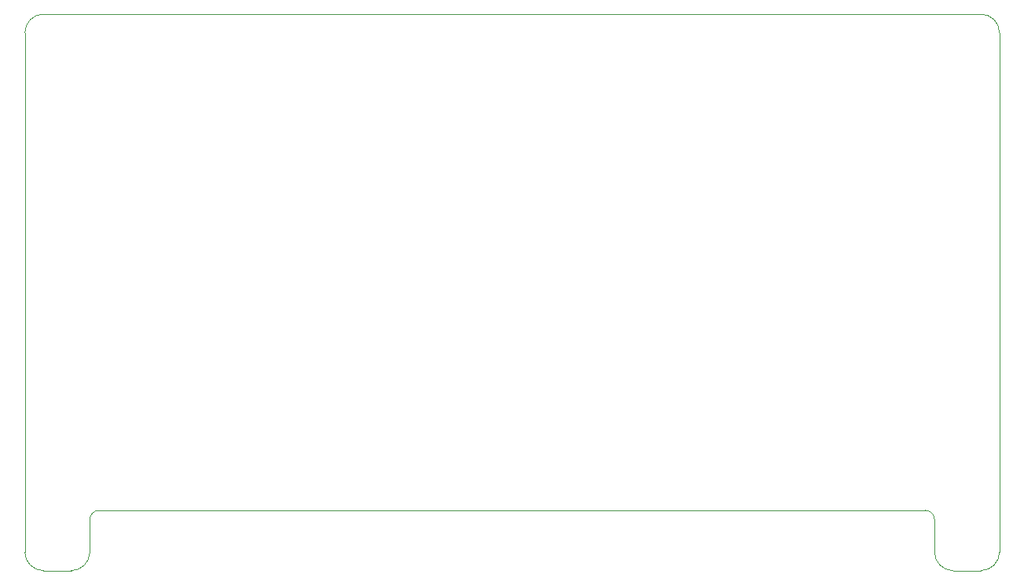
<source format=gbr>
%TF.GenerationSoftware,KiCad,Pcbnew,7.0.9*%
%TF.CreationDate,2023-12-10T19:04:28+01:00*%
%TF.ProjectId,ledctrl,6c656463-7472-46c2-9e6b-696361645f70,rev?*%
%TF.SameCoordinates,Original*%
%TF.FileFunction,Profile,NP*%
%FSLAX46Y46*%
G04 Gerber Fmt 4.6, Leading zero omitted, Abs format (unit mm)*
G04 Created by KiCad (PCBNEW 7.0.9) date 2023-12-10 19:04:28*
%MOMM*%
%LPD*%
G01*
G04 APERTURE LIST*
%TA.AperFunction,Profile*%
%ADD10C,0.100000*%
%TD*%
G04 APERTURE END LIST*
D10*
X-3000000Y-49400001D02*
X-3000001Y-45900001D01*
X87999999Y-45900001D02*
G75*
G03*
X87000001Y-44900001I-999999J1D01*
G01*
X87999999Y-49400000D02*
G75*
G03*
X90000000Y-51400001I2000001J0D01*
G01*
X-10000002Y-49400001D02*
X-10000001Y6600001D01*
X-8000001Y8600001D02*
G75*
G03*
X-10000001Y6600001I-1J-1999999D01*
G01*
X90000000Y-51400001D02*
X93000000Y-51400001D01*
X87000001Y-44900001D02*
X-2000001Y-44900001D01*
X-2000001Y-44900001D02*
G75*
G03*
X-3000001Y-45900001I-1J-999999D01*
G01*
X88000001Y-45900001D02*
X87999999Y-49400000D01*
X-5000001Y-51400002D02*
G75*
G03*
X-3000000Y-49400001I2J1999999D01*
G01*
X95000001Y6600000D02*
X95000001Y-49400000D01*
X-10000002Y-49400001D02*
G75*
G03*
X-8000001Y-51400002I1999999J-2D01*
G01*
X-8000001Y-51400002D02*
X-5000001Y-51400002D01*
X93000000Y-51400001D02*
G75*
G03*
X95000001Y-49400000I0J2000001D01*
G01*
X-8000001Y8600001D02*
X93000000Y8600001D01*
X95000001Y6600000D02*
G75*
G03*
X93000000Y8600001I-2000001J0D01*
G01*
M02*

</source>
